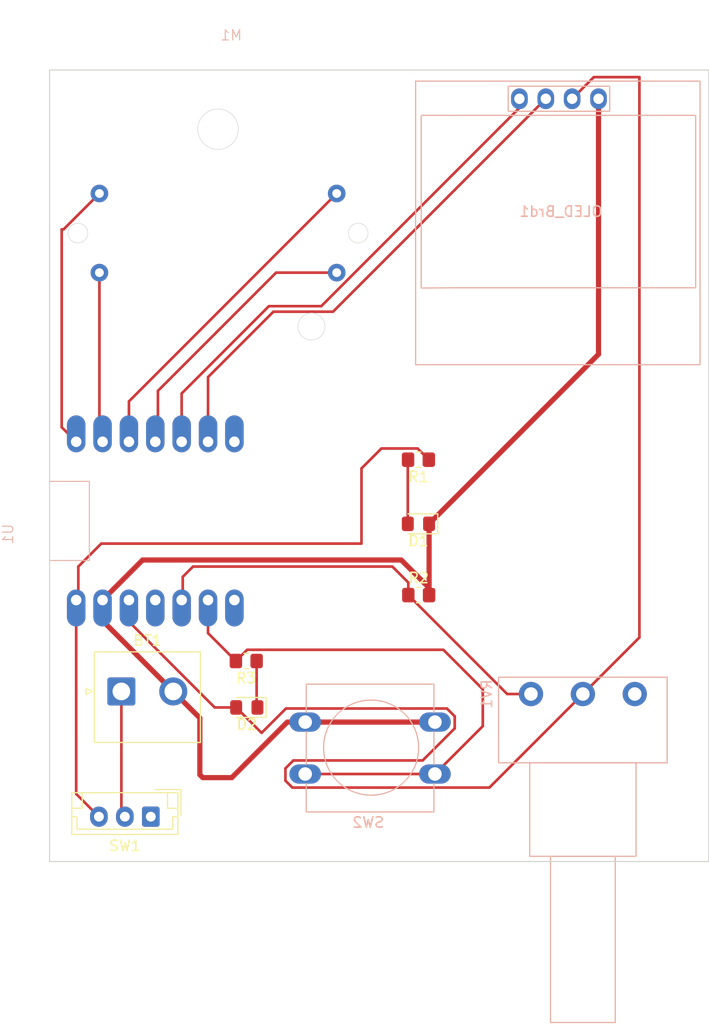
<source format=kicad_pcb>
(kicad_pcb (version 20221018) (generator pcbnew)
  (title_block (title "PCB_Controller") (date "2024-01-28") (rev "1.0") (company "Chelsey Lee"))
  (layers (0 "F.Cu" signal) (31 "B.Cu" signal) (34 "B.Paste" user) (35 "F.Paste" user) (36 "B.SilkS" user "B.Silkscreen") (37 "F.SilkS" user "F.Silkscreen") (38 "B.Mask" user) (39 "F.Mask" user) (44 "Edge.Cuts" user))
  (net 0 "")
  (net 1 "GND")
  (net 2 "Net-(D1-A)")
  (net 3 "Net-(D2-K)")
  (net 4 "Net-(U1-GPIO1_A0_D0)")
  (net 5 "Net-(M1--)")
  (net 6 "Net-(U1-GPIO3_A2_D2)")
  (net 7 "Net-(U1-GPIO4_A3_D3)")
  (net 8 "Net-(OLED_Brd1-SDA)")
  (net 9 "Net-(OLED_Brd1-SCL)")
  (net 10 "Net-(U1-GPIO8_A9_D9_CIPO)")
  (net 11 "Net-(SW2-A)")
  (net 17 "/BAT")
  (net 18 "/3V3")
  (net 19 "/VCC")
  (footprint "Resistor_SMD:R_0805_2012Metric_Pad1.20x1.40mm_HandSolder" (layer "F.Cu") (at 216.6702 121.725 180)
    (fp_text reference "R3" (at 0 -1.65) (layer "F.SilkS"))
    (fp_text value "65Ω")
    (fp_line (start -0.227064 -0.735) (end 0.227064 -0.735) (stroke (width 0.12)) (layer "F.SilkS"))
    (fp_line (start -0.227064 0.735) (end 0.227064 0.735) (stroke (width 0.12)) (layer "F.SilkS"))
    (pad "1" smd roundrect (at -1 0 180) (size 1.2 1.4) (layers "F.Cu" "F.Paste" "F.Mask") (roundrect_rratio 0.208333) (net 3 "Net-(D2-K)"))
    (pad "2" smd roundrect (at 1 0 180) (size 1.2 1.4) (layers "F.Cu" "F.Paste" "F.Mask") (roundrect_rratio 0.208333) (net 11 "Net-(SW2-A)"))
  )
  (footprint "LED_SMD:LED_0805_2012Metric_Pad1.15x1.40mm_HandSolder" (layer "F.Cu") (at 233.2564 108.517 180)
    (fp_text reference "D1" (at 0 -1.65) (layer "F.SilkS"))
    (fp_text value "LED")
    (fp_line (start -1.86 -0.96) (end -1.86 0.96) (stroke (width 0.12)) (layer "F.SilkS"))
    (fp_line (start -1.86 0.96) (end 1 0.96) (stroke (width 0.12)) (layer "F.SilkS"))
    (fp_line (start 1 -0.96) (end -1.86 -0.96) (stroke (width 0.12)) (layer "F.SilkS"))
    (pad "1" smd roundrect (at -1.025 0 180) (size 1.15 1.4) (layers "F.Cu" "F.Paste" "F.Mask") (roundrect_rratio 0.217391) (net 1 "GND"))
    (pad "2" smd roundrect (at 1.025 0 180) (size 1.15 1.4) (layers "F.Cu" "F.Paste" "F.Mask") (roundrect_rratio 0.217391) (net 2 "Net-(D1-A)"))
  )
  (footprint "Connector_JST:JST_EH_B3B-EH-A_1x03_P2.50mm_Vertical" (layer "F.Cu") (at 207.4754 136.711 180)
    (fp_text reference "SW1" (at 2.5 -2.8) (layer "F.SilkS"))
    (fp_text value "SW_SPDT")
    (fp_line (start -2.91 0.11) (end -2.91 2.61) (stroke (width 0.12)) (layer "F.SilkS"))
    (fp_line (start -2.91 2.61) (end -0.41 2.61) (stroke (width 0.12)) (layer "F.SilkS"))
    (fp_line (start -2.61 -1.71) (end -2.61 2.31) (stroke (width 0.12)) (layer "F.SilkS"))
    (fp_line (start -2.61 0) (end -2.11 0) (stroke (width 0.12)) (layer "F.SilkS"))
    (fp_line (start -2.61 0.81) (end -1.61 0.81) (stroke (width 0.12)) (layer "F.SilkS"))
    (fp_line (start -2.61 2.31) (end 7.61 2.31) (stroke (width 0.12)) (layer "F.SilkS"))
    (fp_line (start -2.11 -1.21) (end 7.11 -1.21) (stroke (width 0.12)) (layer "F.SilkS"))
    (fp_line (start -2.11 0) (end -2.11 -1.21) (stroke (width 0.12)) (layer "F.SilkS"))
    (fp_line (start -1.61 0.81) (end -1.61 2.31) (stroke (width 0.12)) (layer "F.SilkS"))
    (fp_line (start 6.61 0.81) (end 6.61 2.31) (stroke (width 0.12)) (layer "F.SilkS"))
    (fp_line (start 7.11 -1.21) (end 7.11 0) (stroke (width 0.12)) (layer "F.SilkS"))
    (fp_line (start 7.11 0) (end 7.61 0) (stroke (width 0.12)) (layer "F.SilkS"))
    (fp_line (start 7.61 -1.71) (end -2.61 -1.71) (stroke (width 0.12)) (layer "F.SilkS"))
    (fp_line (start 7.61 0.81) (end 6.61 0.81) (stroke (width 0.12)) (layer "F.SilkS"))
    (fp_line (start 7.61 2.31) (end 7.61 -1.71) (stroke (width 0.12)) (layer "F.SilkS"))
    (pad "1" thru_hole roundrect (at 0 0 180) (size 1.7 1.95) (drill 0.95) (layers "*.Cu" "*.Mask") (roundrect_rratio 0.147059))
    (pad "2" thru_hole oval (at 2.5 0 180) (size 1.7 1.95) (drill 0.95) (layers "*.Cu" "*.Mask") (net 17 "/BAT"))
    (pad "3" thru_hole oval (at 5 0 180) (size 1.7 1.95) (drill 0.95) (layers "*.Cu" "*.Mask") (net 19 "/VCC"))
  )
  (footprint "Resistor_SMD:R_0805_2012Metric_Pad1.20x1.40mm_HandSolder" (layer "F.Cu") (at 233.2818 115.379)
    (fp_text reference "R2" (at 0 -1.65) (layer "F.SilkS"))
    (fp_text value "1kΩ")
    (fp_line (start -0.227064 -0.735) (end 0.227064 -0.735) (stroke (width 0.12)) (layer "F.SilkS"))
    (fp_line (start -0.227064 0.735) (end 0.227064 0.735) (stroke (width 0.12)) (layer "F.SilkS"))
    (pad "1" smd roundrect (at -1 0) (size 1.2 1.4) (layers "F.Cu" "F.Paste" "F.Mask") (roundrect_rratio 0.208333) (net 10 "Net-(U1-GPIO8_A9_D9_CIPO)"))
    (pad "2" smd roundrect (at 1 0) (size 1.2 1.4) (layers "F.Cu" "F.Paste" "F.Mask") (roundrect_rratio 0.208333) (net 1 "GND"))
  )
  (footprint "Connector_JST:JST_NV_B02P-NV_1x02_P5.00mm_Vertical" (layer "F.Cu") (at 204.6391 124.6548)
    (fp_text reference "BT1" (at 2.5 -4.9) (layer "F.SilkS"))
    (fp_text value "Battery_Cell")
    (fp_line (start -3.41 -0.3) (end -2.81 0) (stroke (width 0.12)) (layer "F.SilkS"))
    (fp_line (start -3.41 0.3) (end -3.41 -0.3) (stroke (width 0.12)) (layer "F.SilkS"))
    (fp_line (start -2.81 0) (end -3.41 0.3) (stroke (width 0.12)) (layer "F.SilkS"))
    (fp_line (start -2.61 -3.81) (end -2.61 4.91) (stroke (width 0.12)) (layer "F.SilkS"))
    (fp_line (start -2.61 4.91) (end 7.61 4.91) (stroke (width 0.12)) (layer "F.SilkS"))
    (fp_line (start 7.61 -3.81) (end -2.61 -3.81) (stroke (width 0.12)) (layer "F.SilkS"))
    (fp_line (start 7.61 4.91) (end 7.61 -3.81) (stroke (width 0.12)) (layer "F.SilkS"))
    (pad "1" thru_hole roundrect (at 0 0) (size 2.7 2.7) (drill 1.7) (layers "*.Cu" "*.Mask") (roundrect_rratio 0.092593) (net 17 "/BAT"))
    (pad "2" thru_hole circle (at 5 0) (size 2.7 2.7) (drill 1.7) (layers "*.Cu" "*.Mask") (net 1 "GND"))
  )
  (footprint "LED_SMD:LED_0805_2012Metric_Pad1.15x1.40mm_HandSolder" (layer "F.Cu") (at 216.721 126.1954 180)
    (fp_text reference "D2" (at 0 -1.65) (layer "F.SilkS"))
    (fp_text value "LED")
    (fp_line (start -1.86 -0.96) (end -1.86 0.96) (stroke (width 0.12)) (layer "F.SilkS"))
    (fp_line (start -1.86 0.96) (end 1 0.96) (stroke (width 0.12)) (layer "F.SilkS"))
    (fp_line (start 1 -0.96) (end -1.86 -0.96) (stroke (width 0.12)) (layer "F.SilkS"))
    (pad "1" smd roundrect (at -1.025 0 180) (size 1.15 1.4) (layers "F.Cu" "F.Paste" "F.Mask") (roundrect_rratio 0.217391) (net 3 "Net-(D2-K)"))
    (pad "2" smd roundrect (at 1.025 0 180) (size 1.15 1.4) (layers "F.Cu" "F.Paste" "F.Mask") (roundrect_rratio 0.217391) (net 18 "/3V3"))
  )
  (footprint "Resistor_SMD:R_0805_2012Metric_Pad1.20x1.40mm_HandSolder" (layer "F.Cu") (at 233.2564 102.3448 180)
    (fp_text reference "R1" (at 0 -1.65) (layer "F.SilkS"))
    (fp_text value "85Ω")
    (fp_line (start -0.227064 -0.735) (end 0.227064 -0.735) (stroke (width 0.12)) (layer "F.SilkS"))
    (fp_line (start -0.227064 0.735) (end 0.227064 0.735) (stroke (width 0.12)) (layer "F.SilkS"))
    (pad "1" smd roundrect (at -1 0 180) (size 1.2 1.4) (layers "F.Cu" "F.Paste" "F.Mask") (roundrect_rratio 0.208333) (net 19 "/VCC"))
    (pad "2" smd roundrect (at 1 0 180) (size 1.2 1.4) (layers "F.Cu" "F.Paste" "F.Mask") (roundrect_rratio 0.208333) (net 2 "Net-(D1-A)"))
  )
  (footprint "Potentiometer_THT:Potentiometer_Piher_PC-16_Single_Horizontal" (layer "B.Cu") (at 254.0968 124.904 -90)
    (fp_text reference "RV1" (at 0 14.25 90) (layer "B.SilkS") (effects (justify mirror)))
    (fp_text value "5kΩ")
    (fp_line (start -1.62 -3.12) (end 6.62 -3.12) (stroke (width 0.12)) (layer "B.SilkS"))
    (fp_line (start -1.62 13.12) (end -1.62 -3.12) (stroke (width 0.12)) (layer "B.SilkS"))
    (fp_line (start -1.62 13.12) (end 6.62 13.12) (stroke (width 0.12)) (layer "B.SilkS"))
    (fp_line (start 6.62 -0.12) (end 15.62 -0.12) (stroke (width 0.12)) (layer "B.SilkS"))
    (fp_line (start 6.62 10.12) (end 6.62 -0.12) (stroke (width 0.12)) (layer "B.SilkS"))
    (fp_line (start 6.62 10.12) (end 15.62 10.12) (stroke (width 0.12)) (layer "B.SilkS"))
    (fp_line (start 6.62 13.12) (end 6.62 -3.12) (stroke (width 0.12)) (layer "B.SilkS"))
    (fp_line (start 15.62 1.879) (end 31.62 1.879) (stroke (width 0.12)) (layer "B.SilkS"))
    (fp_line (start 15.62 8.12) (end 15.62 1.879) (stroke (width 0.12)) (layer "B.SilkS"))
    (fp_line (start 15.62 8.12) (end 31.62 8.12) (stroke (width 0.12)) (layer "B.SilkS"))
    (fp_line (start 15.62 10.12) (end 15.62 -0.12) (stroke (width 0.12)) (layer "B.SilkS"))
    (fp_line (start 31.62 8.12) (end 31.62 1.879) (stroke (width 0.12)) (layer "B.SilkS"))
    (pad "1" thru_hole circle (at 0 0 270) (size 2.34 2.34) (drill 1.3) (layers "*.Cu" "*.Mask"))
    (pad "2" thru_hole circle (at 0 5 270) (size 2.34 2.34) (drill 1.3) (layers "*.Cu" "*.Mask") (net 18 "/3V3"))
    (pad "3" thru_hole circle (at 0 10 270) (size 2.34 2.34) (drill 1.3) (layers "*.Cu" "*.Mask") (net 10 "Net-(U1-GPIO8_A9_D9_CIPO)"))
  )
  (footprint "demo xiao:XIAO_ESP32_SENSE" (layer "B.Cu") (at 207.9072 108.2376 -90)
    (fp_text reference "U1" (at 1.27 14.2 90 unlocked) (layer "B.SilkS") (effects (font (thickness 0.1)) (justify mirror)))
    (fp_text value "~")
    (fp_line (start -3.81 6.35) (end 3.81 6.35) (stroke (width 0.1)) (layer "B.SilkS"))
    (fp_line (start -3.81 10.16) (end -3.81 6.35) (stroke (width 0.1)) (layer "B.SilkS"))
    (fp_line (start 3.81 6.35) (end 3.81 10.16) (stroke (width 0.1)) (layer "B.SilkS"))
    (pad "1" thru_hole oval (at -7.62 7.62 270) (size 3.556 1.778) (drill 1.016 (offset -0.762 0)) (layers "*.Cu" "*.Mask") (net 4 "Net-(U1-GPIO1_A0_D0)"))
    (pad "2" thru_hole oval (at -7.62 5.08 270) (size 3.556 1.778) (drill 1.016 (offset -0.762 0)) (layers "*.Cu" "*.Mask") (net 5 "Net-(M1--)"))
    (pad "3" thru_hole oval (at -7.62 2.54 270) (size 3.556 1.778) (drill 1.016 (offset -0.762 0)) (layers "*.Cu" "*.Mask") (net 6 "Net-(U1-GPIO3_A2_D2)"))
    (pad "4" thru_hole oval (at -7.62 0 270) (size 3.556 1.778) (drill 1.016 (offset -0.762 0)) (layers "*.Cu" "*.Mask") (net 7 "Net-(U1-GPIO4_A3_D3)"))
    (pad "5" thru_hole oval (at -7.62 -2.54 270) (size 3.556 1.778) (drill 1.016 (offset -0.762 0)) (layers "*.Cu" "*.Mask") (net 8 "Net-(OLED_Brd1-SDA)"))
    (pad "6" thru_hole oval (at -7.62 -5.08 270) (size 3.556 1.778) (drill 1.016 (offset -0.762 0)) (layers "*.Cu" "*.Mask") (net 9 "Net-(OLED_Brd1-SCL)"))
    (pad "7" thru_hole oval (at -7.62 -7.62 270) (size 3.556 1.778) (drill 1.016 (offset -0.762 0)) (layers "*.Cu" "*.Mask"))
    (pad "8" thru_hole oval (at 7.62 7.62 270) (size 3.556 1.778) (drill 1.016 (offset 0.762 0)) (layers "*.Cu" "*.Mask") (net 19 "/VCC"))
    (pad "9" thru_hole oval (at 7.62 5.08 270) (size 3.556 1.778) (drill 1.016 (offset 0.762 0)) (layers "*.Cu" "*.Mask") (net 1 "GND"))
    (pad "10" thru_hole oval (at 7.62 2.54 270) (size 3.556 1.778) (drill 1.016 (offset 0.762 0)) (layers "*.Cu" "*.Mask") (net 18 "/3V3"))
    (pad "11" thru_hole oval (at 7.62 0 270) (size 3.556 1.778) (drill 1.016 (offset 0.762 0)) (layers "*.Cu" "*.Mask"))
    (pad "12" thru_hole oval (at 7.62 -2.54 270) (size 3.556 1.778) (drill 1.016 (offset 0.762 0)) (layers "*.Cu" "*.Mask") (net 10 "Net-(U1-GPIO8_A9_D9_CIPO)"))
    (pad "13" thru_hole oval (at 7.62 -5.08 270) (size 3.556 1.778) (drill 1.016 (offset 0.762 0)) (layers "*.Cu" "*.Mask") (net 11 "Net-(SW2-A)"))
    (pad "14" thru_hole oval (at 7.62 -7.62 270) (size 3.556 1.778) (drill 1.016 (offset 0.762 0)) (layers "*.Cu" "*.Mask"))
  )
  (footprint "demo motor:x27_stepper" (layer "B.Cu") (at 211.4124 90.6862 180)
    (fp_text reference "M1" (at -3.81 29.21 unlocked) (layer "B.SilkS") (effects (font (thickness 0.1)) (justify mirror)))
    (fp_text value "Stepper_Motor_bipolar")
    (fp_circle (center -16.04 10.16) (end -15.09 10.16) (stroke (width 0.05)) (fill none) (layer "Edge.Cuts"))
    (fp_circle (center -11.54 1.16) (end -10.24 1.16) (stroke (width 0.05)) (fill none) (layer "Edge.Cuts"))
    (fp_circle (center -2.54 20.16) (end -0.59 20.16) (stroke (width 0.05)) (fill none) (layer "Edge.Cuts"))
    (fp_circle (center 10.96 10.16) (end 11.91 10.16) (stroke (width 0.05)) (fill none) (layer "Edge.Cuts"))
    (pad "1" thru_hole circle (at 8.89 13.97 180) (size 1.7 1.7) (drill 0.85) (layers "*.Cu" "*.Mask") (net 4 "Net-(U1-GPIO1_A0_D0)"))
    (pad "2" thru_hole circle (at 8.89 6.35 180) (size 1.7 1.7) (drill 0.85) (layers "*.Cu" "*.Mask") (net 5 "Net-(M1--)"))
    (pad "3" thru_hole circle (at -13.97 6.35 180) (size 1.7 1.7) (drill 0.85) (layers "*.Cu" "*.Mask") (net 7 "Net-(U1-GPIO4_A3_D3)"))
    (pad "4" thru_hole circle (at -13.97 13.97 180) (size 1.7 1.7) (drill 0.85) (layers "*.Cu" "*.Mask") (net 6 "Net-(U1-GPIO3_A2_D2)"))
  )
  (footprint "Button_Switch_THT:SW_PUSH-12mm" (layer "B.Cu") (at 222.3468 132.604)
    (fp_text reference "SW2" (at 6.08 4.66) (layer "B.SilkS") (effects (justify mirror)))
    (fp_text value "SW_SPST")
    (fp_line (start 0.1 -8.65) (end 0.1 -5.93) (stroke (width 0.12)) (layer "B.SilkS"))
    (fp_line (start 0.1 -4.07) (end 0.1 -0.93) (stroke (width 0.12)) (layer "B.SilkS"))
    (fp_line (start 0.1 0.93) (end 0.1 3.65) (stroke (width 0.12)) (layer "B.SilkS"))
    (fp_line (start 0.1 3.65) (end 12.4 3.65) (stroke (width 0.12)) (layer "B.SilkS"))
    (fp_line (start 12.4 -8.65) (end 0.1 -8.65) (stroke (width 0.12)) (layer "B.SilkS"))
    (fp_line (start 12.4 -5.93) (end 12.4 -8.65) (stroke (width 0.12)) (layer "B.SilkS"))
    (fp_line (start 12.4 -0.93) (end 12.4 -4.07) (stroke (width 0.12)) (layer "B.SilkS"))
    (fp_line (start 12.4 3.65) (end 12.4 0.93) (stroke (width 0.12)) (layer "B.SilkS"))
    (fp_circle (center 6.35 -2.54) (end 10.16 -5.08) (stroke (width 0.12)) (fill none) (layer "B.SilkS"))
    (pad "1" thru_hole oval (at 0 0) (size 3.048 1.85) (drill 1.3) (layers "*.Cu" "*.Mask") (net 11 "Net-(SW2-A)"))
    (pad "1" thru_hole oval (at 12.5 0) (size 3.048 1.85) (drill 1.3) (layers "*.Cu" "*.Mask") (net 11 "Net-(SW2-A)"))
    (pad "2" thru_hole oval (at 0 -5) (size 3.048 1.85) (drill 1.3) (layers "*.Cu" "*.Mask") (net 1 "GND"))
    (pad "2" thru_hole oval (at 12.5 -5) (size 3.048 1.85) (drill 1.3) (layers "*.Cu" "*.Mask") (net 1 "GND"))
  )
  (footprint "demo ssd1306:128x64OLED" (layer "B.Cu") (at 246.9846 78.1976 180)
    (fp_text reference "OLED_Brd1" (at 0 -0.254) (layer "B.SilkS") (effects (justify mirror)))
    (fp_text value "SSD1306")
    (fp_line (start -13.4 -15) (end -13.4 12.3) (stroke (width 0.12)) (layer "B.SilkS"))
    (fp_line (start -13.4 12.3) (end 14 12.3) (stroke (width 0.12)) (layer "B.SilkS"))
    (fp_line (start -12.978 -7.595) (end -12.978 9.005) (stroke (width 0.12)) (layer "B.SilkS"))
    (fp_line (start -12.978 9.005) (end 10.122 9.005) (stroke (width 0.12)) (layer "B.SilkS"))
    (fp_line (start -4.699 11.811) (end -4.699 9.398) (stroke (width 0.12)) (layer "B.SilkS"))
    (fp_line (start -4.699 11.811) (end 5.08 11.811) (stroke (width 0.12)) (layer "B.SilkS"))
    (fp_line (start 5.08 9.398) (end -4.699 9.398) (stroke (width 0.12)) (layer "B.SilkS"))
    (fp_line (start 5.08 11.811) (end 5.08 9.398) (stroke (width 0.12)) (layer "B.SilkS"))
    (fp_line (start 10.122 -7.595) (end -12.978 -7.595) (stroke (width 0.12)) (layer "B.SilkS"))
    (fp_line (start 10.122 -7.595) (end 13.462 -7.62) (stroke (width 0.12)) (layer "B.SilkS"))
    (fp_line (start 10.122 9.005) (end 13.208 9.005) (stroke (width 0.12)) (layer "B.SilkS"))
    (fp_line (start 13.462 -7.62) (end 13.462 9.017) (stroke (width 0.12)) (layer "B.SilkS"))
    (fp_line (start 13.462 9.017) (end 13.208 9.005) (stroke (width 0.12)) (layer "B.SilkS"))
    (fp_line (start 14 -15) (end -13.4 -15) (stroke (width 0.12)) (layer "B.SilkS"))
    (fp_line (start 14 12.3) (end 14 -15) (stroke (width 0.12)) (layer "B.SilkS"))
    (pad "1" thru_hole oval (at -3.62 10.6 90) (size 2 1.6) (drill 1) (layers "*.Cu" "*.Mask") (net 1 "GND"))
    (pad "2" thru_hole oval (at -1.08 10.6 90) (size 2 1.6) (drill 1) (layers "*.Cu" "*.Mask") (net 18 "/3V3"))
    (pad "3" thru_hole oval (at 1.46 10.6 90) (size 2 1.6) (drill 1) (layers "*.Cu" "*.Mask") (net 9 "Net-(OLED_Brd1-SCL)"))
    (pad "4" thru_hole oval (at 4 10.6 90) (size 2 1.6) (drill 1) (layers "*.Cu" "*.Mask") (net 8 "Net-(OLED_Brd1-SDA)"))
  )
  (gr_line (start 197.7218 64.829) (end 261.2218 64.829) (stroke (width 0.1)) (layer "Edge.Cuts"))
  (gr_line (start 261.2218 64.829) (end 261.2218 141.029) (stroke (width 0.1)) (layer "Edge.Cuts"))
  (gr_line (start 197.7218 141.029) (end 197.7218 64.829) (stroke (width 0.1)) (layer "Edge.Cuts"))
  (gr_line (start 261.2218 141.029) (end 197.7218 141.029) (stroke (width 0.1)) (layer "Edge.Cuts"))
  (segment (start 215.2732 132.9518) (end 212.4792 132.9518) (width 0.5) (layer "F.Cu") (net 1))
  (segment (start 234.2818 114.679) (end 234.2818 115.379) (width 0.5) (layer "F.Cu") (net 1))
  (segment (start 234.2814 115.3786) (end 234.2818 115.379) (width 0.5) (layer "F.Cu") (net 1))
  (segment (start 212.4792 132.9518) (end 212.1998 132.6724) (width 0.5) (layer "F.Cu") (net 1))
  (segment (start 206.684 112.0008) (end 231.6036 112.0008) (width 0.5) (layer "F.Cu") (net 1))
  (segment (start 202.8272 115.8576) (end 206.684 112.0008) (width 0.5) (layer "F.Cu") (net 1))
  (segment (start 222.3468 127.604) (end 234.8468 127.604) (width 0.5) (layer "F.Cu") (net 1))
  (segment (start 220.621 127.604) (end 215.2732 132.9518) (width 0.5) (layer "F.Cu") (net 1))
  (segment (start 209.6391 124.6548) (end 212.1998 127.2155) (width 0.5) (layer "F.Cu") (net 1))
  (segment (start 202.8272 115.8576) (end 202.8272 117.8429) (width 0.5) (layer "F.Cu") (net 1))
  (segment (start 234.2814 108.517) (end 234.2814 115.3786) (width 0.5) (layer "F.Cu") (net 1))
  (segment (start 222.3468 127.604) (end 220.621 127.604) (width 0.5) (layer "F.Cu") (net 1))
  (segment (start 250.6046 67.5976) (end 250.6046 92.1938) (width 0.5) (layer "F.Cu") (net 1))
  (segment (start 250.6046 92.1938) (end 234.2814 108.517) (width 0.5) (layer "F.Cu") (net 1))
  (segment (start 250.6046 67.5976) (end 250.7708 67.7638) (width 0.5) (layer "F.Cu") (net 1))
  (segment (start 231.6036 112.0008) (end 234.2818 114.679) (width 0.5) (layer "F.Cu") (net 1))
  (segment (start 212.1998 127.2155) (end 212.1998 132.6724) (width 0.5) (layer "F.Cu") (net 1))
  (segment (start 202.8272 117.8429) (end 209.6391 124.6548) (width 0.5) (layer "F.Cu") (net 1))
  (segment (start 232.2314 108.517) (end 232.2314 102.3698) (width 0.254) (layer "F.Cu") (net 2))
  (segment (start 232.2314 102.3698) (end 232.2564 102.3448) (width 0.254) (layer "F.Cu") (net 2))
  (segment (start 217.6702 121.725) (end 217.6702 126.1196) (width 0.254) (layer "F.Cu") (net 3))
  (segment (start 217.6702 126.1196) (end 217.746 126.1954) (width 0.254) (layer "F.Cu") (net 3))
  (segment (start 198.8902 80.1706) (end 198.8902 99.2206) (width 0.254) (layer "F.Cu") (net 4))
  (segment (start 199.068 80.1706) (end 198.8902 80.1706) (width 0.254) (layer "F.Cu") (net 4))
  (segment (start 202.5224 76.7162) (end 199.068 80.1706) (width 0.254) (layer "F.Cu") (net 4))
  (segment (start 198.8902 99.2206) (end 200.2872 100.6176) (width 0.254) (layer "F.Cu") (net 4))
  (segment (start 202.5224 84.3362) (end 202.5224 100.3128) (width 0.254) (layer "F.Cu") (net 5))
  (segment (start 202.5224 100.3128) (end 202.8272 100.6176) (width 0.254) (layer "F.Cu") (net 5))
  (segment (start 225.3824 76.7162) (end 205.3672 96.7314) (width 0.254) (layer "F.Cu") (net 6))
  (segment (start 205.3672 96.7314) (end 205.3672 100.6176) (width 0.254) (layer "F.Cu") (net 6))
  (segment (start 208.1612 95.7154) (end 208.1612 100.3636) (width 0.254) (layer "F.Cu") (net 7))
  (segment (start 208.1612 100.3636) (end 207.9072 100.6176) (width 0.254) (layer "F.Cu") (net 7))
  (segment (start 225.3824 84.3362) (end 219.5404 84.3362) (width 0.254) (layer "F.Cu") (net 7))
  (segment (start 219.5404 84.3362) (end 208.1612 95.7154) (width 0.254) (layer "F.Cu") (net 7))
  (segment (start 223.897497 87.562) (end 218.8546 87.562) (width 0.254) (layer "F.Cu") (net 8))
  (segment (start 242.9846 68.474897) (end 223.897497 87.562) (width 0.254) (layer "F.Cu") (net 8))
  (segment (start 242.9846 67.5976) (end 242.9846 68.474897) (width 0.254) (layer "F.Cu") (net 8))
  (segment (start 210.4472 95.9694) (end 210.4472 100.6176) (width 0.254) (layer "F.Cu") (net 8))
  (segment (start 218.8546 87.562) (end 210.4472 95.9694) (width 0.254) (layer "F.Cu") (net 8))
  (segment (start 212.9872 94.3946) (end 212.9872 100.6176) (width 0.254) (layer "F.Cu") (net 9))
  (segment (start 219.285127 88.096673) (end 212.9872 94.3946) (width 0.254) (layer "F.Cu") (net 9))
  (segment (start 245.5246 67.5976) (end 225.025527 88.096673) (width 0.254) (layer "F.Cu") (net 9))
  (segment (start 225.025527 88.096673) (end 219.285127 88.096673) (width 0.254) (layer "F.Cu") (net 9))
  (segment (start 232.2818 114.1718) (end 230.7418 112.6318) (width 0.254) (layer "F.Cu") (net 10))
  (segment (start 230.7418 112.6318) (end 211.5394 112.6318) (width 0.254) (layer "F.Cu") (net 10))
  (segment (start 241.8068 124.904) (end 244.0968 124.904) (width 0.254) (layer "F.Cu") (net 10))
  (segment (start 232.2818 115.379) (end 241.8068 124.904) (width 0.254) (layer "F.Cu") (net 10))
  (segment (start 232.2818 115.379) (end 232.2818 114.1718) (width 0.254) (layer "F.Cu") (net 10))
  (segment (start 210.4472 115.8576) (end 210.4472 116.764651) (width 0.254) (layer "F.Cu") (net 10))
  (segment (start 211.5394 112.6318) (end 210.5488 113.6224) (width 0.254) (layer "F.Cu") (net 10))
  (segment (start 210.5488 115.756) (end 210.4472 115.8576) (width 0.254) (layer "F.Cu") (net 10))
  (segment (start 210.5488 113.6224) (end 210.5488 115.756) (width 0.254) (layer "F.Cu") (net 10))
  (segment (start 235.6552 120.644) (end 216.7512 120.644) (width 0.254) (layer "F.Cu") (net 11))
  (segment (start 212.9872 119.042) (end 215.6702 121.725) (width 0.254) (layer "F.Cu") (net 11))
  (segment (start 239.454 124.4428) (end 235.6552 120.644) (width 0.254) (layer "F.Cu") (net 11))
  (segment (start 234.8468 132.604) (end 239.454 127.9968) (width 0.254) (layer "F.Cu") (net 11))
  (segment (start 239.454 127.9968) (end 239.454 124.4428) (width 0.254) (layer "F.Cu") (net 11))
  (segment (start 216.7512 120.644) (end 215.6702 121.725) (width 0.254) (layer "F.Cu") (net 11))
  (segment (start 222.3468 132.604) (end 234.8468 132.604) (width 0.254) (layer "F.Cu") (net 11))
  (segment (start 212.9872 115.8576) (end 212.9872 119.042) (width 0.254) (layer "F.Cu") (net 11))
  (segment (start 204.6391 124.6548) (end 204.6391 136.3747) (width 0.254) (layer "F.Cu") (net 17))
  (segment (start 204.6391 136.3747) (end 204.9754 136.711) (width 0.254) (layer "F.Cu") (net 17))
  (segment (start 220.4418 132.063037) (end 220.4418 133.2436) (width 0.254) (layer "F.Cu") (net 18))
  (segment (start 205.3672 115.8576) (end 205.3672 117.934896) (width 0.254) (layer "F.Cu") (net 18))
  (segment (start 254.5416 119.4592) (end 249.0968 124.904) (width 0.254) (layer "F.Cu") (net 18))
  (segment (start 215.696 126.1954) (end 218.145416 128.644816) (width 0.254) (layer "F.Cu") (net 18))
  (segment (start 218.145416 128.644816) (end 220.492232 126.298) (width 0.254) (layer "F.Cu") (net 18))
  (segment (start 213.627704 126.1954) (end 215.696 126.1954) (width 0.254) (layer "F.Cu") (net 18))
  (segment (start 240.0908 133.91) (end 249.0968 124.904) (width 0.254) (layer "F.Cu") (net 18))
  (segment (start 221.206837 131.298) (end 220.4418 132.063037) (width 0.254) (layer "F.Cu") (net 18))
  (segment (start 236.7518 127.0492) (end 236.7518 128.2118) (width 0.254) (layer "F.Cu") (net 18))
  (segment (start 205.3672 117.934896) (end 213.627704 126.1954) (width 0.254) (layer "F.Cu") (net 18))
  (segment (start 250.1474 65.5148) (end 254.5416 65.5148) (width 0.254) (layer "F.Cu") (net 18))
  (segment (start 221.1082 133.91) (end 240.0908 133.91) (width 0.254) (layer "F.Cu") (net 18))
  (segment (start 220.4418 133.2436) (end 221.1082 133.91) (width 0.254) (layer "F.Cu") (net 18))
  (segment (start 236.0006 126.298) (end 236.7518 127.0492) (width 0.254) (layer "F.Cu") (net 18))
  (segment (start 233.6656 131.298) (end 221.206837 131.298) (width 0.254) (layer "F.Cu") (net 18))
  (segment (start 254.5416 65.5148) (end 254.5416 119.4592) (width 0.254) (layer "F.Cu") (net 18))
  (segment (start 220.492232 126.298) (end 236.0006 126.298) (width 0.254) (layer "F.Cu") (net 18))
  (segment (start 236.7518 128.2118) (end 233.6656 131.298) (width 0.254) (layer "F.Cu") (net 18))
  (segment (start 248.0646 67.5976) (end 250.1474 65.5148) (width 0.254) (layer "F.Cu") (net 18))
  (segment (start 200.4904 112.6318) (end 200.4904 115.6544) (width 0.254) (layer "F.Cu") (net 19))
  (segment (start 202.7002 110.422) (end 200.4904 112.6318) (width 0.254) (layer "F.Cu") (net 19))
  (segment (start 200.2872 134.5228) (end 202.4754 136.711) (width 0.254) (layer "F.Cu") (net 19))
  (segment (start 233.1754 101.2638) (end 229.6892 101.2638) (width 0.254) (layer "F.Cu") (net 19))
  (segment (start 227.77 110.422) (end 202.7002 110.422) (width 0.254) (layer "F.Cu") (net 19))
  (segment (start 227.77 103.183) (end 227.77 110.422) (width 0.254) (layer "F.Cu") (net 19))
  (segment (start 200.4904 115.6544) (end 200.2872 115.8576) (width 0.254) (layer "F.Cu") (net 19))
  (segment (start 200.2872 115.8576) (end 200.2872 134.5228) (width 0.254) (layer "F.Cu") (net 19))
  (segment (start 234.2564 102.3448) (end 233.1754 101.2638) (width 0.254) (layer "F.Cu") (net 19))
  (segment (start 229.6892 101.2638) (end 227.77 103.183) (width 0.254) (layer "F.Cu") (net 19))
)
</source>
